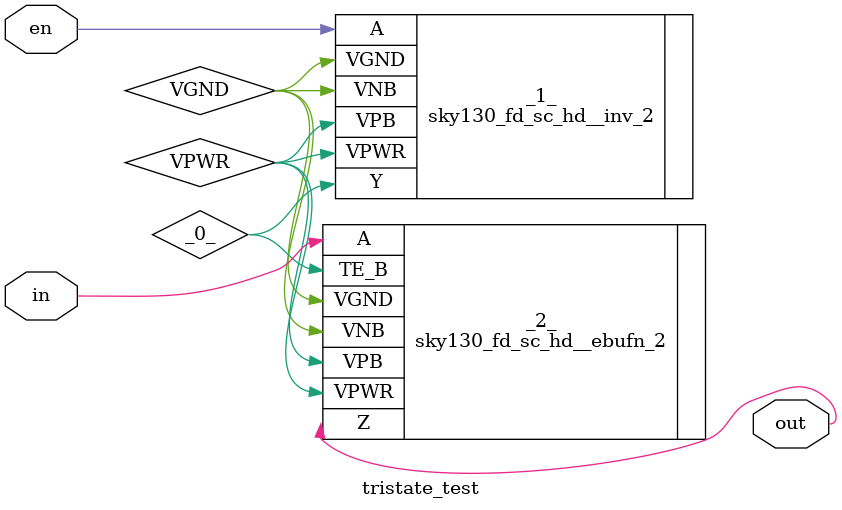
<source format=v>
module tristate_test (en,
    in,
    out);
 input en;
 input in;
 output out;

 wire _0_;
 wire VPWR;
 wire VGND;

 sky130_fd_sc_hd__inv_2 _1_ (.A(en),
    .VGND(VGND),
    .VNB(VGND),
    .VPB(VPWR),
    .VPWR(VPWR),
    .Y(_0_));
 sky130_fd_sc_hd__ebufn_2 _2_ (.A(in),
    .TE_B(_0_),
    .VGND(VGND),
    .VNB(VGND),
    .VPB(VPWR),
    .VPWR(VPWR),
    .Z(out));
endmodule

</source>
